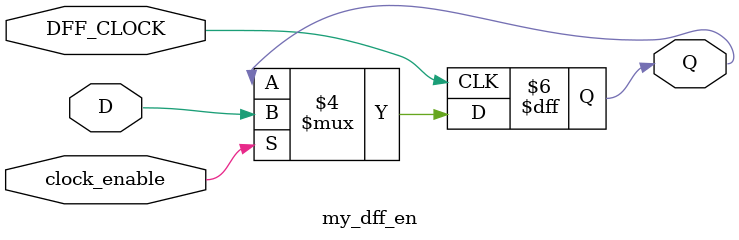
<source format=v>
`timescale 1ns / 1ps


module debouncer(input pb_1,clk,output pb_out);
wire slow_clk_en;
wire Q1,Q2,Q2_bar,Q0;
clock_enable u1(clk,slow_clk_en);

my_dff_en d0(clk,slow_clk_en,pb_1,Q0);


my_dff_en d1(clk,slow_clk_en,Q0,Q1);
my_dff_en d2(clk,slow_clk_en,Q1,Q2);
assign Q2_bar = ~Q2;
assign pb_out = Q1 & Q2_bar;
endmodule
// Slow clock enable for debouncing button 
module clock_enable(input Clk_100M,output slow_clk_en);
    reg [26:0]counter=0;
    always @(posedge Clk_100M)
    begin
       counter <= (counter>=249999)?0:counter+1;
    end

    assign slow_clk_en = (counter == 249999)?1'b1:1'b0;
endmodule
// D-flip-flop with clock enable signal for debouncing module 
module my_dff_en(input DFF_CLOCK, clock_enable,D, output reg Q=0);
    always @ (posedge DFF_CLOCK) begin
  if(clock_enable==1) 
           Q <= D;
    end
endmodule 

</source>
